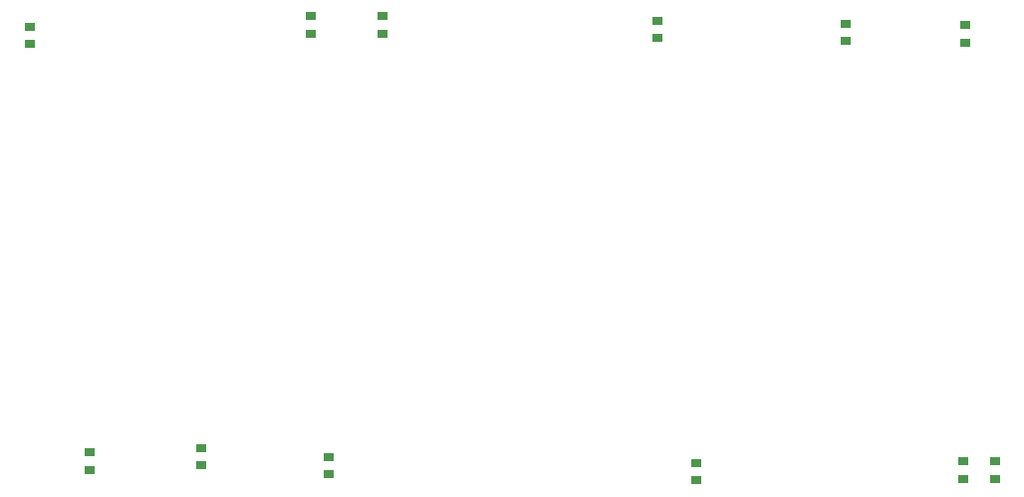
<source format=gtp>
G04*
G04 #@! TF.GenerationSoftware,Altium Limited,Altium Designer,25.4.2 (15)*
G04*
G04 Layer_Color=8421504*
%FSLAX44Y44*%
%MOMM*%
G71*
G04*
G04 #@! TF.SameCoordinates,C8064B0B-EDE6-4B3A-8A14-C26425D78004*
G04*
G04*
G04 #@! TF.FilePolarity,Positive*
G04*
G01*
G75*
%ADD18R,0.9000X0.8000*%
D18*
X685800Y587890D02*
D03*
Y572890D02*
D03*
X391160Y591700D02*
D03*
Y576700D02*
D03*
X946150Y198550D02*
D03*
Y213550D02*
D03*
X972820Y198240D02*
D03*
Y213240D02*
D03*
X845820Y585350D02*
D03*
Y570350D02*
D03*
X718820Y196970D02*
D03*
Y211970D02*
D03*
X298450Y209670D02*
D03*
Y224670D02*
D03*
X947420Y584200D02*
D03*
Y569200D02*
D03*
X203200Y205860D02*
D03*
Y220860D02*
D03*
X406400Y202050D02*
D03*
Y217050D02*
D03*
X452120Y591700D02*
D03*
Y576700D02*
D03*
X152400Y582810D02*
D03*
Y567810D02*
D03*
M02*

</source>
